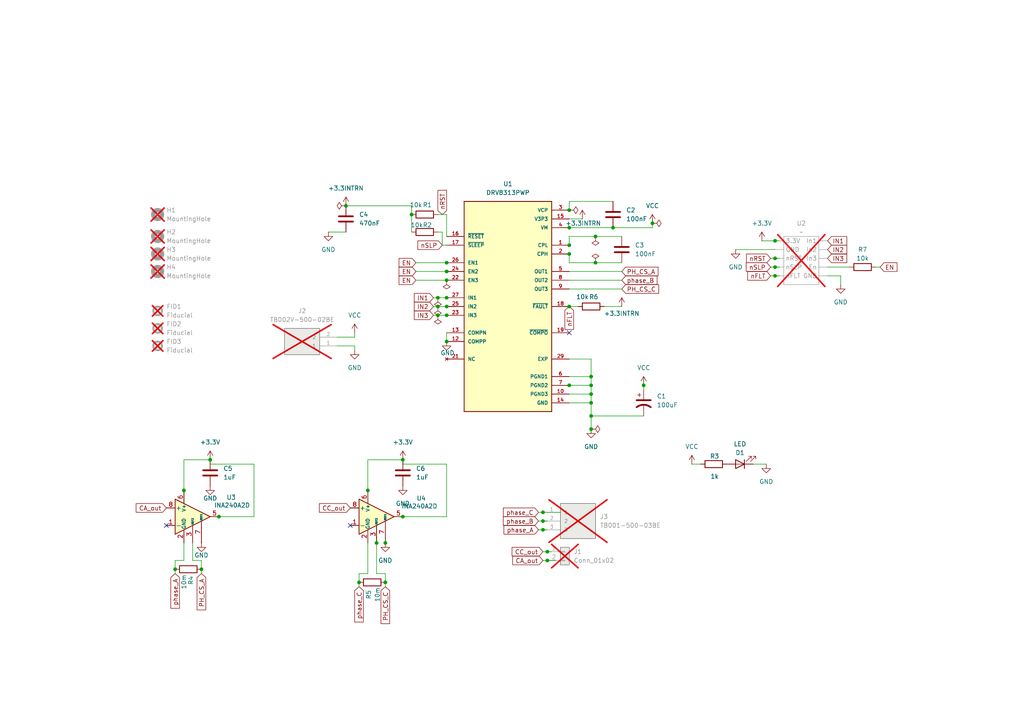
<source format=kicad_sch>
(kicad_sch (version 20231120) (generator "eeschema") (generator_version "8.0")
  (paper "A4")
  (lib_symbols
    (symbol "Amplifier_Current:INA240A2D" (pin_names (offset 0.127))
      (property "Reference" "U" (at 3.81 3.81 0))
      (property "Value" "INA240A2D" (at 3.81 -2.54 0))
      (symbol "INA240A2D_0_1"
        (polyline (pts (xy 5.08 0) (xy -5.08 5.08) (xy -5.08 -5.08) (xy 5.08 0)) (stroke (width 0.254)) (fill (type background)))
      )
      (symbol "INA240A2D_1_1"
        (pin input line (at -7.62 -2.54 0) (length 2.54) (name "-") (number "1"))
        (pin power_in line (at -2.54 -7.62 90) (length 3.81) (name "GND") (number "2"))
        (pin passive line (at 0 -7.62 90) (length 5.08) (name "REF2") (number "3"))
        (pin passive line (at -2.54 -7.62 90) (length 3.81) hide (name "GND") (number "4"))
        (pin output line (at 7.62 0 180) (length 2.54) (name "~") (number "5"))
        (pin power_in line (at -2.54 7.62 270) (length 3.81) (name "V+") (number "6"))
        (pin passive line (at 2.54 -7.62 90) (length 6.35) (name "REF1") (number "7"))
        (pin input line (at -7.62 2.54 0) (length 2.54) (name "+") (number "8"))
      )
    )
    (symbol "Connector_Generic:Conn_01x02" (pin_names (offset 1.016) hide)
      (property "Reference" "J" (at 0 2.54 0))
      (property "Value" "Conn_01x02" (at 0 -5.08 0))
      (symbol "Conn_01x02_1_1"
        (rectangle (start -1.27 -2.413) (end 0 -2.667) (stroke (width 0.1524)))
        (rectangle (start -1.27 0.127) (end 0 -0.127) (stroke (width 0.1524)))
        (rectangle (start -1.27 1.27) (end 1.27 -3.81) (stroke (width 0.254)) (fill (type background)))
        (pin passive line (at -5.08 0 0) (length 3.81) (name "Pin_1") (number "1"))
        (pin passive line (at -5.08 -2.54 0) (length 3.81) (name "Pin_2") (number "2"))
      )
    )
    (symbol "Device:C" (pin_numbers hide) (pin_names (offset 0.254))
      (property "Reference" "C" (at 0.635 2.54 0))
      (property "Value" "C" (at 0.635 -2.54 0))
      (symbol "C_0_1"
        (polyline (pts (xy -2.032 -0.762) (xy 2.032 -0.762)) (stroke (width 0.508)))
        (polyline (pts (xy -2.032 0.762) (xy 2.032 0.762)) (stroke (width 0.508)))
      )
      (symbol "C_1_1"
        (pin passive line (at 0 3.81 270) (length 2.794) (name "~") (number "1"))
        (pin passive line (at 0 -3.81 90) (length 2.794) (name "~") (number "2"))
      )
    )
    (symbol "Device:C_Polarized_US" (pin_numbers hide) (pin_names (offset 0.254) hide)
      (property "Reference" "C" (at 0.635 2.54 0))
      (property "Value" "C_Polarized_US" (at 0.635 -2.54 0))
      (symbol "C_Polarized_US_0_1"
        (polyline (pts (xy -2.032 0.762) (xy 2.032 0.762)) (stroke (width 0.508)))
        (polyline (pts (xy -1.778 2.286) (xy -0.762 2.286)))
        (polyline (pts (xy -1.27 1.778) (xy -1.27 2.794)))
        (arc (start 2.032 -1.27) (mid 0 -0.5572) (end -2.032 -1.27) (stroke (width 0.508)))
      )
      (symbol "C_Polarized_US_1_1"
        (pin passive line (at 0 3.81 270) (length 2.794) (name "~") (number "1"))
        (pin passive line (at 0 -3.81 90) (length 3.302) (name "~") (number "2"))
      )
    )
    (symbol "Device:LED" (pin_numbers hide) (pin_names (offset 1.016) hide)
      (property "Reference" "D" (at 0 2.54 0))
      (property "Value" "LED" (at 0 -2.54 0))
      (symbol "LED_0_1"
        (polyline (pts (xy -1.27 -1.27) (xy -1.27 1.27)) (stroke (width 0.254)))
        (polyline (pts (xy -1.27 0) (xy 1.27 0)))
        (polyline (pts (xy 1.27 -1.27) (xy 1.27 1.27) (xy -1.27 0) (xy 1.27 -1.27)) (stroke (width 0.254)))
        (polyline (pts (xy -3.048 -0.762) (xy -4.572 -2.286) (xy -3.81 -2.286) (xy -4.572 -2.286) (xy -4.572 -1.524)))
        (polyline (pts (xy -1.778 -0.762) (xy -3.302 -2.286) (xy -2.54 -2.286) (xy -3.302 -2.286) (xy -3.302 -1.524)))
      )
      (symbol "LED_1_1"
        (pin passive line (at -3.81 0 0) (length 2.54) (name "K") (number "1"))
        (pin passive line (at 3.81 0 180) (length 2.54) (name "A") (number "2"))
      )
    )
    (symbol "Device:R" (pin_numbers hide) (pin_names (offset 0))
      (property "Reference" "R" (at 2.032 0 90))
      (property "Value" "R" (at 0 0 90))
      (symbol "R_0_1"
        (rectangle (start -1.016 -2.54) (end 1.016 2.54) (stroke (width 0.254)))
      )
      (symbol "R_1_1"
        (pin passive line (at 0 3.81 270) (length 1.27) (name "~") (number "1"))
        (pin passive line (at 0 -3.81 90) (length 1.27) (name "~") (number "2"))
      )
    )
    (symbol "Mechanical:Fiducial" (exclude_from_sim yes) (in_bom no)
      (property "Reference" "FID" (at 0 5.08 0))
      (property "Value" "Fiducial" (at 0 3.175 0))
      (symbol "Fiducial_0_1"
        (circle (center 0 0) (radius 1.27) (stroke (width 0.508)) (fill (type background)))
      )
    )
    (symbol "Mechanical:MountingHole" (pin_names (offset 1.016)) (exclude_from_sim yes) (in_bom no)
      (property "Reference" "H" (at 0 5.08 0))
      (property "Value" "MountingHole" (at 0 3.175 0))
      (symbol "MountingHole_0_1"
        (circle (center 0 0) (radius 1.27) (stroke (width 1.27)))
      )
    )
    (symbol "power:+3.3V" (power) (pin_numbers hide) (pin_names (offset 0) hide)
      (property "Value" "+3.3V" (at 0 3.556 0))
      (symbol "+3.3V_0_1"
        (polyline (pts (xy -0.762 1.27) (xy 0 2.54)))
        (polyline (pts (xy 0 0) (xy 0 2.54)))
        (polyline (pts (xy 0 2.54) (xy 0.762 1.27)))
      )
      (symbol "+3.3V_1_1"
        (pin power_in line (at 0 0 90) (length 0) (name "~") (number "1"))
      )
    )
    (symbol "power:+3.3VADC" (power) (pin_numbers hide) (pin_names (offset 0) hide)
      (property "Value" "+3.3VADC" (at 0 3.556 0))
      (symbol "+3.3VADC_0_0"
        (pin power_in line (at 0 0 90) (length 0) (name "~") (number "1"))
      )
      (symbol "+3.3VADC_0_1"
        (polyline (pts (xy -0.762 1.27) (xy 0 2.54)))
        (polyline (pts (xy 0 0) (xy 0 2.54)))
        (polyline (pts (xy 0 2.54) (xy 0.762 1.27)))
      )
    )
    (symbol "power:GND" (power) (pin_numbers hide) (pin_names (offset 0) hide)
      (property "Value" "GND" (at 0 -3.81 0))
      (symbol "GND_0_1"
        (polyline (pts (xy 0 0) (xy 0 -1.27) (xy 1.27 -1.27) (xy 0 -2.54) (xy -1.27 -1.27) (xy 0 -1.27)))
      )
      (symbol "GND_1_1"
        (pin power_in line (at 0 0 270) (length 0) (name "~") (number "1"))
      )
    )
    (symbol "power:PWR_FLAG" (power) (pin_numbers hide) (pin_names (offset 0) hide)
      (property "Value" "PWR_FLAG" (at 0 3.81 0))
      (symbol "PWR_FLAG_0_0"
        (pin power_out line (at 0 0 90) (length 0) (name "~") (number "1"))
      )
      (symbol "PWR_FLAG_0_1"
        (polyline (pts (xy 0 0) (xy 0 1.27) (xy -1.016 1.905) (xy 0 2.54) (xy 1.016 1.905) (xy 0 1.27)))
      )
    )
    (symbol "power:VCC" (power) (pin_numbers hide) (pin_names (offset 0) hide)
      (property "Value" "VCC" (at 0 3.556 0))
      (symbol "VCC_0_1"
        (polyline (pts (xy -0.762 1.27) (xy 0 2.54)))
        (polyline (pts (xy 0 0) (xy 0 2.54)))
        (polyline (pts (xy 0 2.54) (xy 0.762 1.27)))
      )
      (symbol "VCC_1_1"
        (pin power_in line (at 0 0 90) (length 0) (name "~") (number "1"))
      )
    )
    (symbol "simpleFOC:DRV8313PWP" (pin_names (offset 1.016))
      (property "Reference" "U" (at -12.7 31.48 0))
      (property "Value" "DRV8313PWP" (at -12.7 -33.02 0))
      (symbol "DRV8313PWP_0_0"
        (rectangle (start -12.7 30.48) (end 12.7 -30.48) (stroke (width 0.254)) (fill (type background)))
        (pin power_in line (at 17.78 17.78 180) (length 5.08) (name "CPL") (number "1"))
        (pin power_in line (at 17.78 -25.4 180) (length 5.08) (name "PGND3") (number "10"))
        (pin power_in line (at 17.78 22.86 180) (length 5.08) hide (name "VM") (number "11"))
        (pin input line (at -17.78 -10.16 0) (length 5.08) (name "COMPP") (number "12"))
        (pin input line (at -17.78 -7.62 0) (length 5.08) (name "COMPN") (number "13"))
        (pin power_in line (at 17.78 -27.94 180) (length 5.08) (name "GND") (number "14"))
        (pin power_in line (at 17.78 25.4 180) (length 5.08) (name "V3P3") (number "15"))
        (pin input line (at -17.78 20.32 0) (length 5.08) (name "~{RESET}") (number "16"))
        (pin input line (at -17.78 17.78 0) (length 5.08) (name "~{SLEEP}") (number "17"))
        (pin output line (at 17.78 0 180) (length 5.08) (name "~{FAULT}") (number "18"))
        (pin output line (at 17.78 -7.62 180) (length 5.08) (name "~{COMPO}") (number "19"))
        (pin power_in line (at 17.78 15.24 180) (length 5.08) (name "CPH") (number "2"))
        (pin power_in line (at 17.78 -27.94 180) (length 5.08) hide (name "GND") (number "20"))
        (pin no_connect line (at -17.78 -15.24 0) (length 5.08) (name "NC") (number "21"))
        (pin input line (at -17.78 7.62 0) (length 5.08) (name "EN3") (number "22"))
        (pin input line (at -17.78 -2.54 0) (length 5.08) (name "IN3") (number "23"))
        (pin input line (at -17.78 10.16 0) (length 5.08) (name "EN2") (number "24"))
        (pin input line (at -17.78 0 0) (length 5.08) (name "IN2") (number "25"))
        (pin input line (at -17.78 12.7 0) (length 5.08) (name "EN1") (number "26"))
        (pin input line (at -17.78 2.54 0) (length 5.08) (name "IN1") (number "27"))
        (pin power_in line (at 17.78 -27.94 180) (length 5.08) hide (name "GND") (number "28"))
        (pin power_in line (at 17.78 -15.24 180) (length 5.08) (name "EXP") (number "29"))
        (pin power_in line (at 17.78 27.94 180) (length 5.08) (name "VCP") (number "3"))
        (pin power_in line (at 17.78 22.86 180) (length 5.08) (name "VM") (number "4"))
        (pin output line (at 17.78 10.16 180) (length 5.08) (name "OUT1") (number "5"))
        (pin power_in line (at 17.78 -20.32 180) (length 5.08) (name "PGND1") (number "6"))
        (pin power_in line (at 17.78 -22.86 180) (length 5.08) (name "PGND2") (number "7"))
        (pin output line (at 17.78 7.62 180) (length 5.08) (name "OUT2") (number "8"))
        (pin output line (at 17.78 5.08 180) (length 5.08) (name "OUT3") (number "9"))
      )
    )
    (symbol "simpleFOC:Header2x5"
      (property "Reference" "U" (at 0 14.478 0))
      (symbol "Header2x5_0_1"
        (rectangle (start -5.08 11.43) (end 5.08 -2.54))
      )
      (symbol "Header2x5_1_1"
        (pin input line (at -7.62 10.16 0) (length 2.54) (name "3.3V") (number ""))
        (pin input line (at 7.62 2.54 180) (length 2.54) (name "En") (number ""))
        (pin input line (at -7.62 7.62 0) (length 2.54) (name "GND") (number ""))
        (pin input line (at 7.62 0 180) (length 2.54) (name "GND") (number ""))
        (pin input line (at 7.62 10.16 180) (length 2.54) (name "In1") (number ""))
        (pin input line (at 7.62 7.62 180) (length 2.54) (name "In2") (number ""))
        (pin input line (at 7.62 5.08 180) (length 2.54) (name "In3") (number ""))
        (pin input line (at -7.62 0 0) (length 2.54) (name "nFLT") (number ""))
        (pin input line (at -7.62 5.08 0) (length 2.54) (name "nRST") (number ""))
        (pin input line (at -7.62 2.54 0) (length 2.54) (name "nSLP") (number ""))
      )
    )
    (symbol "simpleFOC:TB001-500-03BE" (pin_names (offset 1.016))
      (property "Reference" "J" (at -5.58 5.08 0))
      (property "Value" "TB001-500-03BE" (at -5.08 -7.62 0))
      (symbol "TB001-500-03BE_0_0"
        (rectangle (start -5.08 -5.08) (end 5.08 5.08) (stroke (width 0.254)) (fill (type background)))
        (pin passive line (at -10.16 2.54 0) (length 5.08) (name "1") (number "1"))
        (pin passive line (at -10.16 0 0) (length 5.08) (name "2") (number "2"))
        (pin passive line (at -10.16 -2.54 0) (length 5.08) (name "3") (number "3"))
      )
    )
    (symbol "simpleFOC:TB002V-500-02BE" (pin_names (offset 1.016))
      (property "Reference" "J" (at -5.58 5.08 0))
      (property "Value" "TB002V-500-02BE" (at -5.08 -5.08 0))
      (symbol "TB002V-500-02BE_0_0"
        (rectangle (start -5.08 -2.54) (end 5.08 5.08) (stroke (width 0.254)) (fill (type background)))
        (pin passive line (at -10.16 2.54 0) (length 5.08) (name "1") (number "1"))
        (pin passive line (at -10.16 0 0) (length 5.08) (name "2") (number "2"))
      )
    )
  )
  (junction (at 171.45 120.65))
  (junction (at 171.45 116.84))
  (junction (at 186.69 111.76))
  (junction (at 111.76 168.91))
  (junction (at 129.54 86.36))
  (junction (at 127 88.9))
  (junction (at 224.79 80.01))
  (junction (at 129.54 81.28))
  (junction (at 158.75 160.02))
  (junction (at 111.76 157.48))
  (junction (at 165.1 60.96))
  (junction (at 157.48 153.67))
  (junction (at 129.54 88.9))
  (junction (at 116.84 133.35))
  (junction (at 109.22 157.48))
  (junction (at 127 86.36))
  (junction (at 157.48 148.59))
  (junction (at 100.33 59.69))
  (junction (at 63.5 149.86))
  (junction (at 224.79 74.93))
  (junction (at 171.45 114.3))
  (junction (at 129.54 78.74))
  (junction (at 177.8 66.04))
  (junction (at 116.84 149.86))
  (junction (at 172.72 76.2))
  (junction (at 50.8 165.1))
  (junction (at 165.1 66.04))
  (junction (at 171.45 109.22))
  (junction (at 189.23 64.77))
  (junction (at 165.1 111.76))
  (junction (at 127 91.44))
  (junction (at 171.45 124.46))
  (junction (at 129.54 99.06))
  (junction (at 104.14 168.91))
  (junction (at 165.1 71.12))
  (junction (at 129.54 91.44))
  (junction (at 129.54 76.2))
  (junction (at 224.79 77.47))
  (junction (at 53.34 142.24))
  (junction (at 172.72 68.58))
  (junction (at 165.1 73.66))
  (junction (at 158.75 162.56))
  (junction (at 119.38 62.23))
  (junction (at 58.42 165.1))
  (junction (at 106.68 142.24))
  (junction (at 171.45 111.76))
  (junction (at 165.1 88.9))
  (junction (at 60.96 133.35))
  (junction (at 224.79 69.85))
  (junction (at 157.48 151.13))
  (no_connect (at 101.6 152.4))
  (no_connect (at 48.26 152.4))
  (no_connect (at 165.1 96.52))
  (wire (pts (xy 186.69 110.49) (xy 186.69 111.76)))
  (wire (pts (xy 60.96 133.35) (xy 60.96 134.62)))
  (wire (pts (xy 157.48 162.56) (xy 158.75 162.56)))
  (wire (pts (xy 171.45 116.84) (xy 171.45 114.3)))
  (wire (pts (xy 165.1 73.66) (xy 165.1 76.2)))
  (wire (pts (xy 165.1 68.58) (xy 165.1 71.12)))
  (wire (pts (xy 224.79 69.85) (xy 226.06 69.85)))
  (wire (pts (xy 106.68 142.24) (xy 106.68 146.05)))
  (wire (pts (xy 58.42 166.37) (xy 58.42 165.1)))
  (wire (pts (xy 186.69 120.65) (xy 171.45 120.65)))
  (wire (pts (xy 125.73 91.44) (xy 127 91.44)))
  (wire (pts (xy 111.76 166.37) (xy 111.76 168.91)))
  (wire (pts (xy 189.23 64.77) (xy 189.23 66.04)))
  (wire (pts (xy 254 77.47) (xy 255.27 77.47)))
  (wire (pts (xy 165.1 83.82) (xy 180.34 83.82)))
  (wire (pts (xy 106.68 133.35) (xy 106.68 142.24)))
  (wire (pts (xy 104.14 166.37) (xy 104.14 168.91)))
  (wire (pts (xy 127 67.31) (xy 128.27 67.31)))
  (wire (pts (xy 158.75 162.56) (xy 161.29 162.56)))
  (wire (pts (xy 156.21 151.13) (xy 157.48 151.13)))
  (wire (pts (xy 189.23 63.5) (xy 189.23 64.77)))
  (wire (pts (xy 162.56 60.96) (xy 165.1 60.96)))
  (wire (pts (xy 129.54 76.2) (xy 130.81 76.2)))
  (wire (pts (xy 97.79 97.79) (xy 102.87 97.79)))
  (wire (pts (xy 127 62.23) (xy 129.54 62.23)))
  (wire (pts (xy 171.45 120.65) (xy 171.45 124.46)))
  (wire (pts (xy 125.73 88.9) (xy 127 88.9)))
  (wire (pts (xy 240.03 77.47) (xy 246.38 77.47)))
  (wire (pts (xy 218.44 134.62) (xy 222.25 134.62)))
  (wire (pts (xy 128.27 71.12) (xy 129.54 71.12)))
  (wire (pts (xy 157.48 153.67) (xy 158.75 153.67)))
  (wire (pts (xy 165.1 76.2) (xy 172.72 76.2)))
  (wire (pts (xy 177.8 66.04) (xy 189.23 66.04)))
  (wire (pts (xy 109.22 166.37) (xy 111.76 166.37)))
  (wire (pts (xy 120.65 81.28) (xy 129.54 81.28)))
  (wire (pts (xy 129.54 134.62) (xy 116.84 134.62)))
  (wire (pts (xy 53.34 142.24) (xy 53.34 133.35)))
  (wire (pts (xy 53.34 157.48) (xy 53.34 162.56)))
  (wire (pts (xy 111.76 154.94) (xy 111.76 157.48)))
  (wire (pts (xy 63.5 149.86) (xy 73.66 149.86)))
  (wire (pts (xy 158.75 160.02) (xy 160.02 160.02)))
  (wire (pts (xy 116.84 149.86) (xy 129.54 149.86)))
  (wire (pts (xy 156.21 153.67) (xy 157.48 153.67)))
  (wire (pts (xy 224.79 74.93) (xy 226.06 74.93)))
  (wire (pts (xy 180.34 68.58) (xy 172.72 68.58)))
  (wire (pts (xy 53.34 133.35) (xy 60.96 133.35)))
  (wire (pts (xy 156.21 148.59) (xy 157.48 148.59)))
  (wire (pts (xy 171.45 120.65) (xy 171.45 116.84)))
  (wire (pts (xy 102.87 100.33) (xy 102.87 101.6)))
  (wire (pts (xy 165.1 58.42) (xy 165.1 60.96)))
  (wire (pts (xy 129.54 81.28) (xy 132.08 81.28)))
  (wire (pts (xy 114.3 149.86) (xy 116.84 149.86)))
  (wire (pts (xy 165.1 81.28) (xy 180.34 81.28)))
  (wire (pts (xy 101.6 152.4) (xy 102.87 152.4)))
  (wire (pts (xy 224.79 77.47) (xy 226.06 77.47)))
  (wire (pts (xy 97.79 100.33) (xy 102.87 100.33)))
  (wire (pts (xy 200.66 134.62) (xy 203.2 134.62)))
  (wire (pts (xy 165.1 114.3) (xy 171.45 114.3)))
  (wire (pts (xy 165.1 63.5) (xy 168.91 63.5)))
  (wire (pts (xy 104.14 168.91) (xy 104.14 170.18)))
  (wire (pts (xy 60.96 134.62) (xy 73.66 134.62)))
  (wire (pts (xy 60.96 149.86) (xy 63.5 149.86)))
  (wire (pts (xy 220.98 69.85) (xy 224.79 69.85)))
  (wire (pts (xy 73.66 149.86) (xy 73.66 134.62)))
  (wire (pts (xy 157.48 151.13) (xy 158.75 151.13)))
  (wire (pts (xy 157.48 148.59) (xy 162.56 148.59)))
  (wire (pts (xy 213.36 72.39) (xy 224.79 72.39)))
  (wire (pts (xy 157.48 160.02) (xy 158.75 160.02)))
  (wire (pts (xy 171.45 104.14) (xy 171.45 109.22)))
  (wire (pts (xy 162.56 111.76) (xy 165.1 111.76)))
  (wire (pts (xy 53.34 142.24) (xy 53.34 146.05)))
  (wire (pts (xy 165.1 78.74) (xy 180.34 78.74)))
  (wire (pts (xy 129.54 149.86) (xy 129.54 134.62)))
  (wire (pts (xy 165.1 111.76) (xy 171.45 111.76)))
  (wire (pts (xy 177.8 58.42) (xy 165.1 58.42)))
  (wire (pts (xy 223.52 77.47) (xy 224.79 77.47)))
  (wire (pts (xy 120.65 76.2) (xy 129.54 76.2)))
  (wire (pts (xy 102.87 97.79) (xy 102.87 96.52)))
  (wire (pts (xy 129.54 96.52) (xy 129.54 99.06)))
  (wire (pts (xy 127 86.36) (xy 129.54 86.36)))
  (wire (pts (xy 165.1 104.14) (xy 171.45 104.14)))
  (wire (pts (xy 116.84 133.35) (xy 106.68 133.35)))
  (wire (pts (xy 171.45 114.3) (xy 171.45 111.76)))
  (wire (pts (xy 163.83 71.12) (xy 165.1 71.12)))
  (wire (pts (xy 163.83 73.66) (xy 165.1 73.66)))
  (wire (pts (xy 53.34 162.56) (xy 50.8 162.56)))
  (wire (pts (xy 95.25 67.31) (xy 100.33 67.31)))
  (wire (pts (xy 224.79 80.01) (xy 226.06 80.01)))
  (wire (pts (xy 106.68 166.37) (xy 104.14 166.37)))
  (wire (pts (xy 240.03 80.01) (xy 243.84 80.01)))
  (wire (pts (xy 125.73 86.36) (xy 127 86.36)))
  (wire (pts (xy 111.76 168.91) (xy 111.76 170.18)))
  (wire (pts (xy 127 88.9) (xy 129.54 88.9)))
  (wire (pts (xy 223.52 80.01) (xy 224.79 80.01)))
  (wire (pts (xy 171.45 109.22) (xy 171.45 111.76)))
  (wire (pts (xy 129.54 62.23) (xy 129.54 68.58)))
  (wire (pts (xy 100.33 59.69) (xy 119.38 59.69)))
  (wire (pts (xy 109.22 152.4) (xy 109.22 157.48)))
  (wire (pts (xy 106.68 157.48) (xy 106.68 166.37)))
  (wire (pts (xy 172.72 76.2) (xy 180.34 76.2)))
  (wire (pts (xy 119.38 59.69) (xy 119.38 62.23)))
  (wire (pts (xy 243.84 80.01) (xy 243.84 82.55)))
  (wire (pts (xy 55.88 162.56) (xy 58.42 162.56)))
  (wire (pts (xy 165.1 66.04) (xy 177.8 66.04)))
  (wire (pts (xy 165.1 116.84) (xy 171.45 116.84)))
  (wire (pts (xy 129.54 86.36) (xy 132.08 86.36)))
  (wire (pts (xy 186.69 111.76) (xy 186.69 113.03)))
  (wire (pts (xy 129.54 88.9) (xy 132.08 88.9)))
  (wire (pts (xy 55.88 157.48) (xy 55.88 162.56)))
  (wire (pts (xy 119.38 62.23) (xy 119.38 67.31)))
  (wire (pts (xy 165.1 109.22) (xy 171.45 109.22)))
  (wire (pts (xy 127 91.44) (xy 129.54 91.44)))
  (wire (pts (xy 129.54 91.44) (xy 132.08 91.44)))
  (wire (pts (xy 50.8 166.37) (xy 50.8 165.1)))
  (wire (pts (xy 223.52 74.93) (xy 224.79 74.93)))
  (wire (pts (xy 60.96 132.08) (xy 60.96 133.35)))
  (wire (pts (xy 109.22 157.48) (xy 109.22 166.37)))
  (wire (pts (xy 116.84 133.35) (xy 116.84 134.62)))
  (wire (pts (xy 120.65 78.74) (xy 129.54 78.74)))
  (wire (pts (xy 167.64 88.9) (xy 165.1 88.9)))
  (wire (pts (xy 58.42 162.56) (xy 58.42 165.1)))
  (wire (pts (xy 162.56 66.04) (xy 165.1 66.04)))
  (wire (pts (xy 101.6 147.32) (xy 104.14 147.32)))
  (wire (pts (xy 129.54 78.74) (xy 130.81 78.74)))
  (wire (pts (xy 172.72 68.58) (xy 165.1 68.58)))
  (wire (pts (xy 128.27 67.31) (xy 128.27 71.12)))
  (wire (pts (xy 171.45 124.46) (xy 171.45 125.73)))
  (wire (pts (xy 175.26 88.9) (xy 180.34 88.9)))
  (wire (pts (xy 163.83 88.9) (xy 165.1 88.9)))
  (wire (pts (xy 116.84 138.43) (xy 116.84 139.7)))
  (wire (pts (xy 50.8 162.56) (xy 50.8 165.1)))
  (global_label "CA_out" (shape input) (at 157.48 162.56 180) (property "Intersheetrefs" "${INTERSHEET_REFS}" (effects (hide yes))))
  (global_label "IN1" (shape input) (at 125.73 86.36 180) (property "Intersheetrefs" "${INTERSHEET_REFS}" (effects (hide yes))))
  (global_label "CA_out" (shape input) (at 48.26 147.32 180) (property "Intersheetrefs" "${INTERSHEET_REFS}" (effects (hide yes))))
  (global_label "EN" (shape input) (at 255.27 77.47 0) (property "Intersheetrefs" "${INTERSHEET_REFS}" (effects (hide yes))))
  (global_label "IN3" (shape input) (at 125.73 91.44 180) (property "Intersheetrefs" "${INTERSHEET_REFS}" (effects (hide yes))))
  (global_label "nRST" (shape input) (at 128.27 62.23 90) (property "Intersheetrefs" "${INTERSHEET_REFS}" (effects (hide yes))))
  (global_label "PH_CS_A" (shape input) (at 180.34 78.74 0) (property "Intersheetrefs" "${INTERSHEET_REFS}" (effects (hide yes))))
  (global_label "phase_C" (shape input) (at 104.14 170.18 270) (property "Intersheetrefs" "${INTERSHEET_REFS}" (effects (hide yes))))
  (global_label "nFLT" (shape input) (at 223.52 80.01 180) (property "Intersheetrefs" "${INTERSHEET_REFS}" (effects (hide yes))))
  (global_label "EN" (shape input) (at 120.65 76.2 180) (property "Intersheetrefs" "${INTERSHEET_REFS}" (effects (hide yes))))
  (global_label "phase_B" (shape input) (at 156.21 151.13 180) (property "Intersheetrefs" "${INTERSHEET_REFS}" (effects (hide yes))))
  (global_label "phase_A" (shape input) (at 50.8 166.37 270) (property "Intersheetrefs" "${INTERSHEET_REFS}" (effects (hide yes))))
  (global_label "phase_A" (shape input) (at 156.21 153.67 180) (property "Intersheetrefs" "${INTERSHEET_REFS}" (effects (hide yes))))
  (global_label "IN2" (shape input) (at 240.03 72.39 0) (property "Intersheetrefs" "${INTERSHEET_REFS}" (effects (hide yes))))
  (global_label "nSLP" (shape input) (at 128.27 71.12 180) (property "Intersheetrefs" "${INTERSHEET_REFS}" (effects (hide yes))))
  (global_label "PH_CS_A" (shape input) (at 58.42 166.37 270) (property "Intersheetrefs" "${INTERSHEET_REFS}" (effects (hide yes))))
  (global_label "nSLP" (shape input) (at 223.52 77.47 180) (property "Intersheetrefs" "${INTERSHEET_REFS}" (effects (hide yes))))
  (global_label "nFLT" (shape input) (at 165.1 88.9 270) (property "Intersheetrefs" "${INTERSHEET_REFS}" (effects (hide yes))))
  (global_label "IN3" (shape input) (at 240.03 74.93 0) (property "Intersheetrefs" "${INTERSHEET_REFS}" (effects (hide yes))))
  (global_label "EN" (shape input) (at 120.65 78.74 180) (property "Intersheetrefs" "${INTERSHEET_REFS}" (effects (hide yes))))
  (global_label "PH_CS_C" (shape input) (at 111.76 170.18 270) (property "Intersheetrefs" "${INTERSHEET_REFS}" (effects (hide yes))))
  (global_label "IN1" (shape input) (at 240.03 69.85 0) (property "Intersheetrefs" "${INTERSHEET_REFS}" (effects (hide yes))))
  (global_label "nRST" (shape input) (at 223.52 74.93 180) (property "Intersheetrefs" "${INTERSHEET_REFS}" (effects (hide yes))))
  (global_label "CC_out" (shape input) (at 157.48 160.02 180) (property "Intersheetrefs" "${INTERSHEET_REFS}" (effects (hide yes))))
  (global_label "PH_CS_C" (shape input) (at 180.34 83.82 0) (property "Intersheetrefs" "${INTERSHEET_REFS}" (effects (hide yes))))
  (global_label "phase_B" (shape input) (at 180.34 81.28 0) (property "Intersheetrefs" "${INTERSHEET_REFS}" (effects (hide yes))))
  (global_label "CC_out" (shape input) (at 101.6 147.32 180) (property "Intersheetrefs" "${INTERSHEET_REFS}" (effects (hide yes))))
  (global_label "EN" (shape input) (at 120.65 81.28 180) (property "Intersheetrefs" "${INTERSHEET_REFS}" (effects (hide yes))))
  (global_label "phase_C" (shape input) (at 156.21 148.59 180) (property "Intersheetrefs" "${INTERSHEET_REFS}" (effects (hide yes))))
  (global_label "IN2" (shape input) (at 125.73 88.9 180) (property "Intersheetrefs" "${INTERSHEET_REFS}" (effects (hide yes))))
  (symbol (lib_id "power:GND") (at 171.45 124.46 0) (unit 1)
    (property "Reference" "#PWR01" (effects (hide yes)))
    (property "Value" "GND" (at 171.45 129.54 0))
    (property "Description" "Power symbol creates a global label with name \"GND\" , ground" (effects (hide yes)))
  )
  (symbol (lib_id "power:PWR_FLAG") (at 127 88.9 180) (unit 1)
    (property "Reference" "#FLG010" (effects (hide yes)))
    (property "Value" "PWR_FLAG" (effects (hide yes)))
    (property "Description" "Special symbol for telling ERC where power comes from" (effects (hide yes)))
  )
  (symbol (lib_id "power:GND") (at 102.87 101.6 0) (unit 1)
    (property "Reference" "#PWR013" (effects (hide yes)))
    (property "Value" "GND" (at 102.87 106.68 0))
    (property "Description" "Power symbol creates a global label with name \"GND\" , ground" (effects (hide yes)))
  )
  (symbol (lib_id "power:VCC") (at 186.69 111.76 0) (unit 1)
    (property "Reference" "#PWR03" (effects (hide yes)))
    (property "Value" "VCC" (at 186.69 106.68 0))
    (property "Description" "Power symbol creates a global label with name \"VCC\"" (effects (hide yes)))
  )
  (symbol (lib_id "Mechanical:MountingHole") (at 45.72 68.58 0) (unit 1) (exclude_from_sim yes) (in_bom no) (dnp yes)
    (property "Reference" "H2" (at 48.26 67.3099 0) (effects (justify left)))
    (property "Value" "MountingHole" (at 48.26 69.8499 0) (effects (justify left)))
    (property "Footprint" "MountingHole:MountingHole_3.2mm_M3_Pad_Via" (effects (hide yes)))
    (property "Description" "Mounting Hole without connection" (effects (hide yes)))
  )
  (symbol (lib_id "Device:R") (at 123.19 67.31 90) (unit 1)
    (property "Reference" "R2" (at 123.952 65.278 90))
    (property "Value" "10k" (at 120.904 65.278 90))
    (property "Footprint" "Resistor_SMD:R_0603_1608Metric" (effects (hide yes)))
    (property "Description" "Resistor" (effects (hide yes)))
    (property "LCSC" "C845630" (effects (hide yes)))
    (property "Manufactrer Part Number" "RC0603FR-1310KL" (effects (hide yes)))
    (property "MANUFACTURER" "YAGEO" (effects (hide yes)))
  )
  (symbol (lib_id "power:VCC") (at 102.87 96.52 0) (unit 1)
    (property "Reference" "#PWR012" (effects (hide yes)))
    (property "Value" "VCC" (at 102.87 91.44 0))
    (property "Description" "Power symbol creates a global label with name \"VCC\"" (effects (hide yes)))
  )
  (symbol (lib_id "power:GND") (at 60.96 140.97 0) (unit 1)
    (property "Reference" "#PWR015" (effects (hide yes)))
    (property "Value" "GND" (at 60.96 144.526 0))
    (property "Description" "Power symbol creates a global label with name \"GND\" , ground" (effects (hide yes)))
  )
  (symbol (lib_id "Amplifier_Current:INA240A2D") (at 109.22 149.86 0) (unit 1)
    (property "Reference" "U4" (at 122.174 144.526 0))
    (property "Value" "INA240A2D" (at 121.666 146.812 0))
    (property "Footprint" "Package_SO:SOIC-8_3.9x4.9mm_P1.27mm" (effects (hide yes)))
    (property "Datasheet" "http://www.ti.com/lit/ds/symlink/ina240.pdf" (effects (hide yes)))
    (property "Description" "High- and Low-Side, Bidirectional, Zero-Drift, Current-Sense Amplifier With Enhanced PWM Rejection, 50V/V, SOIC-8" (effects (hide yes)))
    (property "LCSC" "C2060768" (effects (hide yes)))
    (property "MANUFACTURER" "Texas Instruments" (effects (hide yes)))
    (property "Manufactrer Part Number" "INA240A2DR" (effects (hide yes)))
  )
  (symbol (lib_id "Connector_Generic:Conn_01x02") (at 163.83 160.02 0) (unit 1) (dnp yes)
    (property "Reference" "J1" (at 166.37 160.0199 0) (effects (justify left)))
    (property "Value" "Conn_01x02" (at 166.37 162.5599 0) (effects (justify left)))
    (property "Footprint" "Connector_PinHeader_2.54mm:PinHeader_1x02_P2.54mm_Vertical" (effects (hide yes)))
    (property "Description" "Generic connector, single row, 01x02, script generated (kicad-library-utils/schlib/autogen/connector/)" (effects (hide yes)))
  )
  (symbol (lib_id "power:GND") (at 222.25 134.62 0) (unit 1)
    (property "Reference" "#PWR019" (effects (hide yes)))
    (property "Value" "GND" (at 222.25 139.7 0))
    (property "Description" "Power symbol creates a global label with name \"GND\" , ground" (effects (hide yes)))
  )
  (symbol (lib_id "power:+3.3VADC") (at 168.91 63.5 0) (unit 1)
    (property "Reference" "#PWR021" (effects (hide yes)))
    (property "Value" "+3.3INTRN" (at 169.164 64.77 0))
    (property "Description" "Power symbol creates a global label with name \"+3.3VADC\"" (effects (hide yes)))
  )
  (symbol (lib_id "power:GND") (at 129.54 99.06 0) (unit 1)
    (property "Reference" "#PWR010" (effects (hide yes)))
    (property "Value" "GND" (at 129.794 102.362 0))
    (property "Description" "Power symbol creates a global label with name \"GND\" , ground" (effects (hide yes)))
  )
  (symbol (lib_id "Device:R") (at 107.95 168.91 90) (unit 1)
    (property "Reference" "R5" (at 106.934 172.466 0))
    (property "Value" "10m" (at 109.474 172.466 0))
    (property "Footprint" "Resistor_SMD:R_2010_5025Metric" (effects (hide yes)))
    (property "Description" "Resistor" (effects (hide yes)))
    (property "LCSC" "C4323757" (effects (hide yes)))
    (property "Manufactrer Part Number" "RC2010JK-0710ML" (effects (hide yes)))
    (property "MANUFACTURER" "YAGEO" (effects (hide yes)))
  )
  (symbol (lib_id "power:PWR_FLAG") (at 127 91.44 180) (unit 1)
    (property "Reference" "#FLG09" (effects (hide yes)))
    (property "Value" "PWR_FLAG" (effects (hide yes)))
    (property "Description" "Special symbol for telling ERC where power comes from" (effects (hide yes)))
  )
  (symbol (lib_id "Device:C") (at 60.96 137.16 0) (unit 1)
    (property "Reference" "C5" (at 64.77 135.8899 0) (effects (justify left)))
    (property "Value" "1uF" (at 64.77 138.4299 0) (effects (justify left)))
    (property "Footprint" "Capacitor_SMD:C_0603_1608Metric" (effects (hide yes)))
    (property "Description" "Unpolarized capacitor" (effects (hide yes)))
    (property "LCSC" "C2167338" (effects (hide yes)))
    (property "Manufactrer Part Number" "C0603C105K3PACTU" (effects (hide yes)))
    (property "MANUFACTURER" "KEMET" (effects (hide yes)))
  )
  (symbol (lib_id "simpleFOC:Header2x5") (at 232.41 80.01 0) (unit 1) (dnp yes)
    (property "Reference" "U2" (at 232.41 64.77 0))
    (property "Value" "~" (at 232.41 67.31 0))
    (property "Footprint" "Connector_PinHeader_2.54mm:PinHeader_2x05_P2.54mm_Vertical" (effects (hide yes)))
  )
  (symbol (lib_id "power:PWR_FLAG") (at 165.1 60.96 270) (unit 1)
    (property "Reference" "#FLG06" (effects (hide yes)))
    (property "Value" "PWR_FLAG" (effects (hide yes)))
    (property "Description" "Special symbol for telling ERC where power comes from" (effects (hide yes)))
  )
  (symbol (lib_id "power:PWR_FLAG") (at 127 86.36 180) (unit 1)
    (property "Reference" "#FLG011" (effects (hide yes)))
    (property "Value" "PWR_FLAG" (effects (hide yes)))
    (property "Description" "Special symbol for telling ERC where power comes from" (effects (hide yes)))
  )
  (symbol (lib_id "power:PWR_FLAG") (at 172.72 68.58 180) (unit 1)
    (property "Reference" "#FLG04" (effects (hide yes)))
    (property "Value" "PWR_FLAG" (effects (hide yes)))
    (property "Description" "Special symbol for telling ERC where power comes from" (effects (hide yes)))
  )
  (symbol (lib_id "power:+3.3VADC") (at 180.34 88.9 0) (unit 1)
    (property "Reference" "#PWR05" (effects (hide yes)))
    (property "Value" "+3.3INTRN" (at 180.34 90.932 0))
    (property "Description" "Power symbol creates a global label with name \"+3.3VADC\"" (effects (hide yes)))
  )
  (symbol (lib_id "power:GND") (at 243.84 82.55 0) (unit 1)
    (property "Reference" "#PWR07" (effects (hide yes)))
    (property "Value" "GND" (at 243.84 87.63 0))
    (property "Description" "Power symbol creates a global label with name \"GND\" , ground" (effects (hide yes)))
  )
  (symbol (lib_id "power:PWR_FLAG") (at 100.33 59.69 90) (unit 1)
    (property "Reference" "#FLG08" (effects (hide yes)))
    (property "Value" "PWR_FLAG" (effects (hide yes)))
    (property "Description" "Special symbol for telling ERC where power comes from" (effects (hide yes)))
  )
  (symbol (lib_id "Device:C") (at 180.34 72.39 180) (unit 1)
    (property "Reference" "C3" (at 184.15 71.1199 0) (effects (justify right)))
    (property "Value" "100nF" (at 184.15 73.6599 0) (effects (justify right)))
    (property "Footprint" "Capacitor_SMD:C_0603_1608Metric" (effects (hide yes)))
    (property "Description" "Unpolarized capacitor" (effects (hide yes)))
    (property "LCSC" "C1591" (effects (hide yes)))
    (property "Manufactrer Part Number" "CL10B104KB8NNNC" (effects (hide yes)))
    (property "MANUFACTURER" "SAMSUNG" (effects (hide yes)))
  )
  (symbol (lib_id "Mechanical:Fiducial") (at 45.72 95.25 0) (unit 1) (exclude_from_sim yes) (in_bom no) (dnp yes)
    (property "Reference" "FID2" (at 48.26 93.9799 0) (effects (justify left)))
    (property "Value" "Fiducial" (at 48.26 96.5199 0) (effects (justify left)))
    (property "Footprint" "Fiducial:Fiducial_0.75mm_Mask2.25mm" (effects (hide yes)))
    (property "Description" "Fiducial Marker" (effects (hide yes)))
  )
  (symbol (lib_id "power:PWR_FLAG") (at 129.54 81.28 180) (unit 1)
    (property "Reference" "#FLG012" (effects (hide yes)))
    (property "Value" "PWR_FLAG" (effects (hide yes)))
    (property "Description" "Special symbol for telling ERC where power comes from" (effects (hide yes)))
  )
  (symbol (lib_id "power:PWR_FLAG") (at 189.23 64.77 270) (unit 1)
    (property "Reference" "#FLG05" (effects (hide yes)))
    (property "Value" "PWR_FLAG" (effects (hide yes)))
    (property "Description" "Special symbol for telling ERC where power comes from" (effects (hide yes)))
  )
  (symbol (lib_id "Device:R") (at 250.19 77.47 90) (unit 1)
    (property "Reference" "R7" (at 250.19 72.39 90))
    (property "Value" "10k" (at 250.19 74.93 90))
    (property "Footprint" "Resistor_SMD:R_0603_1608Metric" (effects (hide yes)))
    (property "Description" "Resistor" (effects (hide yes)))
    (property "LCSC" "C845630" (effects (hide yes)))
    (property "Manufactrer Part Number" "RC0603FR-1310KL" (effects (hide yes)))
    (property "MANUFACTURER" "YAGEO" (effects (hide yes)))
  )
  (symbol (lib_id "power:GND") (at 111.76 157.48 0) (unit 1)
    (property "Reference" "#PWR016" (effects (hide yes)))
    (property "Value" "GND" (at 111.76 162.56 0))
    (property "Description" "Power symbol creates a global label with name \"GND\" , ground" (effects (hide yes)))
  )
  (symbol (lib_id "Mechanical:MountingHole") (at 45.72 73.66 0) (unit 1) (exclude_from_sim yes) (in_bom no) (dnp yes)
    (property "Reference" "H3" (at 48.26 72.3899 0) (effects (justify left)))
    (property "Value" "MountingHole" (at 48.26 74.9299 0) (effects (justify left)))
    (property "Footprint" "MountingHole:MountingHole_3.2mm_M3_Pad_Via" (effects (hide yes)))
    (property "Description" "Mounting Hole without connection" (effects (hide yes)))
  )
  (symbol (lib_id "Device:C_Polarized_US") (at 186.69 116.84 0) (unit 1)
    (property "Reference" "C1" (at 190.5 114.9349 0) (effects (justify left)))
    (property "Value" "100uF" (at 190.5 117.4749 0) (effects (justify left)))
    (property "Footprint" "simpleFOC:circular_cap_6.3" (effects (hide yes)))
    (property "Description" "Polarized capacitor, US symbol" (effects (hide yes)))
    (property "LCSC" "C294520" (effects (hide yes)))
    (property "Manufactrer Part Number" "VT1V101M-CRE77" (effects (hide yes)))
    (property "MANUFACTURER" "Vertical Technology" (effects (hide yes)))
  )
  (symbol (lib_id "Mechanical:MountingHole") (at 45.72 62.23 0) (unit 1) (exclude_from_sim yes) (in_bom no) (dnp yes)
    (property "Reference" "H1" (at 48.26 60.9599 0) (effects (justify left)))
    (property "Value" "MountingHole" (at 48.26 63.4999 0) (effects (justify left)))
    (property "Footprint" "MountingHole:MountingHole_3.2mm_M3_Pad_Via" (effects (hide yes)))
    (property "Description" "Mounting Hole without connection" (effects (hide yes)))
  )
  (symbol (lib_id "power:+3.3V") (at 220.98 69.85 0) (unit 1)
    (property "Reference" "#PWR09" (effects (hide yes)))
    (property "Value" "+3.3V" (at 220.98 64.77 0))
    (property "Description" "Power symbol creates a global label with name \"+3.3V\"" (effects (hide yes)))
  )
  (symbol (lib_id "Device:C") (at 177.8 62.23 0) (unit 1)
    (property "Reference" "C2" (at 181.61 60.9599 0) (effects (justify left)))
    (property "Value" "100nF" (at 181.61 63.4999 0) (effects (justify left)))
    (property "Footprint" "Capacitor_SMD:C_0603_1608Metric" (effects (hide yes)))
    (property "Description" "Unpolarized capacitor" (effects (hide yes)))
    (property "LCSC" "C1591" (effects (hide yes)))
    (property "Manufactrer Part Number" "CL10B104KB8NNNC" (effects (hide yes)))
    (property "MANUFACTURER" "SAMSUNG" (effects (hide yes)))
  )
  (symbol (lib_id "power:+3.3V") (at 60.96 133.35 0) (unit 1)
    (property "Reference" "#PWR014" (effects (hide yes)))
    (property "Value" "+3.3V" (at 60.96 128.27 0))
    (property "Description" "Power symbol creates a global label with name \"+3.3V\"" (effects (hide yes)))
  )
  (symbol (lib_id "power:GND") (at 58.42 157.48 0) (unit 1)
    (property "Reference" "#PWR06" (effects (hide yes)))
    (property "Value" "GND" (at 58.42 161.036 0))
    (property "Description" "Power symbol creates a global label with name \"GND\" , ground" (effects (hide yes)))
  )
  (symbol (lib_id "Mechanical:Fiducial") (at 45.72 90.17 0) (unit 1) (exclude_from_sim yes) (in_bom no) (dnp yes)
    (property "Reference" "FID1" (at 48.26 88.8999 0) (effects (justify left)))
    (property "Value" "Fiducial" (at 48.26 91.4399 0) (effects (justify left)))
    (property "Footprint" "Fiducial:Fiducial_0.75mm_Mask2.25mm" (effects (hide yes)))
    (property "Description" "Fiducial Marker" (effects (hide yes)))
  )
  (symbol (lib_id "power:VCC") (at 189.23 64.77 0) (unit 1)
    (property "Reference" "#PWR02" (effects (hide yes)))
    (property "Value" "VCC" (at 189.23 59.69 0))
    (property "Description" "Power symbol creates a global label with name \"VCC\"" (effects (hide yes)))
  )
  (symbol (lib_id "power:+3.3VADC") (at 100.33 59.69 0) (unit 1)
    (property "Reference" "#PWR011" (effects (hide yes)))
    (property "Value" "+3.3INTRN" (at 100.33 54.61 0))
    (property "Description" "Power symbol creates a global label with name \"+3.3VADC\"" (effects (hide yes)))
  )
  (symbol (lib_id "Device:C") (at 100.33 63.5 180) (unit 1)
    (property "Reference" "C4" (at 104.14 62.2299 0) (effects (justify right)))
    (property "Value" "470nF" (at 104.14 64.7699 0) (effects (justify right)))
    (property "Footprint" "Capacitor_SMD:C_0603_1608Metric" (effects (hide yes)))
    (property "Description" "Unpolarized capacitor" (effects (hide yes)))
    (property "LCSC" "C327269" (effects (hide yes)))
    (property "Manufactrer Part Number" "CC0603ZRY5V6BB474" (effects (hide yes)))
    (property "MANUFACTURER" "YAGEO" (effects (hide yes)))
  )
  (symbol (lib_id "power:PWR_FLAG") (at 171.45 124.46 270) (unit 1)
    (property "Reference" "#FLG02" (effects (hide yes)))
    (property "Value" "PWR_FLAG" (effects (hide yes)))
    (property "Description" "Special symbol for telling ERC where power comes from" (effects (hide yes)))
  )
  (symbol (lib_id "Mechanical:MountingHole") (at 45.72 78.74 0) (unit 1) (exclude_from_sim yes) (in_bom no) (dnp yes)
    (property "Reference" "H4" (at 48.26 77.4699 0) (effects (justify left)))
    (property "Value" "MountingHole" (at 48.26 80.0099 0) (effects (justify left)))
    (property "Footprint" "MountingHole:MountingHole_3.2mm_M3_Pad_Via" (effects (hide yes)))
    (property "Description" "Mounting Hole without connection" (effects (hide yes)))
  )
  (symbol (lib_id "power:GND") (at 95.25 67.31 0) (unit 1)
    (property "Reference" "#PWR04" (effects (hide yes)))
    (property "Value" "GND" (at 95.25 72.39 0))
    (property "Description" "Power symbol creates a global label with name \"GND\" , ground" (effects (hide yes)))
  )
  (symbol (lib_id "Device:R") (at 123.19 62.23 90) (unit 1)
    (property "Reference" "R1" (at 123.952 59.436 90))
    (property "Value" "10k" (at 120.65 59.436 90))
    (property "Footprint" "Resistor_SMD:R_0603_1608Metric" (effects (hide yes)))
    (property "Description" "Resistor" (effects (hide yes)))
    (property "LCSC" "C845630" (effects (hide yes)))
    (property "Manufactrer Part Number" "RC0603FR-1310KL" (effects (hide yes)))
    (property "MANUFACTURER" "YAGEO" (effects (hide yes)))
  )
  (symbol (lib_id "Device:C") (at 116.84 137.16 0) (unit 1)
    (property "Reference" "C6" (at 120.65 135.8899 0) (effects (justify left)))
    (property "Value" "1uF" (at 120.65 138.4299 0) (effects (justify left)))
    (property "Footprint" "Capacitor_SMD:C_0603_1608Metric" (effects (hide yes)))
    (property "Description" "Unpolarized capacitor" (effects (hide yes)))
    (property "LCSC" "C2167338" (effects (hide yes)))
    (property "Manufactrer Part Number" "C0603C105K3PACTU" (effects (hide yes)))
    (property "MANUFACTURER" "KEMET" (effects (hide yes)))
  )
  (symbol (lib_id "Device:R") (at 171.45 88.9 90) (unit 1)
    (property "Reference" "R6" (at 172.212 86.106 90))
    (property "Value" "10k" (at 168.91 86.106 90))
    (property "Footprint" "Resistor_SMD:R_0603_1608Metric" (effects (hide yes)))
    (property "Description" "Resistor" (effects (hide yes)))
    (property "LCSC" "C845630" (effects (hide yes)))
    (property "Manufactrer Part Number" "RC0603FR-1310KL" (effects (hide yes)))
    (property "MANUFACTURER" "YAGEO" (effects (hide yes)))
  )
  (symbol (lib_id "power:PWR_FLAG") (at 172.72 76.2 0) (unit 1)
    (property "Reference" "#FLG03" (effects (hide yes)))
    (property "Value" "PWR_FLAG" (effects (hide yes)))
    (property "Description" "Special symbol for telling ERC where power comes from" (effects (hide yes)))
  )
  (symbol (lib_id "power:+3.3V") (at 116.84 133.35 0) (unit 1)
    (property "Reference" "#PWR017" (effects (hide yes)))
    (property "Value" "+3.3V" (at 116.84 128.27 0))
    (property "Description" "Power symbol creates a global label with name \"+3.3V\"" (effects (hide yes)))
  )
  (symbol (lib_id "Device:R") (at 54.61 165.1 90) (unit 1)
    (property "Reference" "R4" (at 55.372 169.672 0) (effects (justify left)))
    (property "Value" "10m" (at 53.34 170.942 0) (effects (justify left)))
    (property "Footprint" "Resistor_SMD:R_2010_5025Metric" (effects (hide yes)))
    (property "Description" "Resistor" (effects (hide yes)))
    (property "LCSC" "C4323757" (effects (hide yes)))
    (property "Manufactrer Part Number" "RC2010JK-0710ML" (effects (hide yes)))
    (property "MANUFACTURER" "YAGEO" (effects (hide yes)))
  )
  (symbol (lib_id "power:VCC") (at 200.66 134.62 0) (unit 1)
    (property "Reference" "#PWR020" (effects (hide yes)))
    (property "Value" "VCC" (at 200.66 129.54 0))
    (property "Description" "Power symbol creates a global label with name \"VCC\"" (effects (hide yes)))
  )
  (symbol (lib_id "simpleFOC:TB002V-500-02BE") (at 87.63 97.79 180) (unit 1) (dnp yes)
    (property "Reference" "J2" (at 87.63 90.17 0))
    (property "Value" "TB002V-500-02BE" (at 87.63 92.71 0))
    (property "Footprint" "simpleFOC:VCCpad" (effects (hide yes)))
    (property "STANDARD" "Manufacturer Recommendations" (effects (hide yes)))
    (property "MANUFACTURER" "CUI" (effects (hide yes)))
  )
  (symbol (lib_id "Mechanical:Fiducial") (at 45.72 100.33 0) (unit 1) (exclude_from_sim yes) (in_bom no) (dnp yes)
    (property "Reference" "FID3" (at 48.26 99.0599 0) (effects (justify left)))
    (property "Value" "Fiducial" (at 48.26 101.5999 0) (effects (justify left)))
    (property "Footprint" "Fiducial:Fiducial_0.75mm_Mask2.25mm" (effects (hide yes)))
    (property "Description" "Fiducial Marker" (effects (hide yes)))
  )
  (symbol (lib_id "Device:R") (at 207.01 134.62 90) (unit 1)
    (property "Reference" "R3" (at 207.264 132.334 90))
    (property "Value" "1k" (at 207.264 138.176 90))
    (property "Footprint" "Resistor_SMD:R_0603_1608Metric" (effects (hide yes)))
    (property "Description" "Resistor" (effects (hide yes)))
    (property "LCSC" "C859124" (effects (hide yes)))
    (property "Manufactrer Part Number" "RC0603JR-7W1KL" (effects (hide yes)))
    (property "MANUFACTURER" "YAGEO" (effects (hide yes)))
  )
  (symbol (lib_id "simpleFOC:DRV8313PWP") (at 147.32 88.9 0) (unit 1)
    (property "Reference" "U1" (at 147.32 53.34 0))
    (property "Value" "DRV8313PWP" (at 147.32 55.88 0))
    (property "Footprint" "simpleFOC:PWP0028F_L" (effects (hide yes)))
    (property "DigiKey_Part_Number" "296-35540-5-ND" (effects (hide yes)))
    (property "SnapEDA_Link" "https://www.snapeda.com/parts/DRV8313PWP/Texas+Instruments/view-part/?ref=snap" (effects (hide yes)))
    (property "SNAPEDA_PACKAGE_ID" "102627" (effects (hide yes)))
    (property "Package" "HTSSOP-28 Texas Instruments" (effects (hide yes)))
    (property "Check_prices" "https://www.snapeda.com/parts/DRV8313PWP/Texas+Instruments/view-part/?ref=eda" (effects (hide yes)))
    (property "STANDARD" "Manufacturer Recommendations" (effects (hide yes)))
    (property "PARTREV" "D" (effects (hide yes)))
    (property "MF" "Texas Instruments" (effects (hide yes)))
    (property "MP" "DRV8313PWP" (effects (hide yes)))
    (property "Description_1" "\n                        \n                            65-V max 3-A peak 3-phase motor driver with integrated FETs\n                        \n" (effects (hide yes)))
    (property "MANUFACTURER" "Texas Instruments" (effects (hide yes)))
    (property "MAXIMUM_PACKAGE_HEIGHT" "1.2 mm" (effects (hide yes)))
    (property "LCSC" "C92482" (effects (hide yes)))
    (property "Manufactrer Part Number" "DRV8313PWPR" (effects (hide yes)))
  )
  (symbol (lib_id "power:GND") (at 213.36 72.39 0) (unit 1)
    (property "Reference" "#PWR08" (effects (hide yes)))
    (property "Value" "GND" (at 213.36 77.47 0))
    (property "Description" "Power symbol creates a global label with name \"GND\" , ground" (effects (hide yes)))
  )
  (symbol (lib_id "Device:LED") (at 214.63 134.62 180) (unit 1)
    (property "Reference" "D1" (at 214.63 131.318 0))
    (property "Value" "LED" (at 214.63 128.778 0))
    (property "Footprint" "LED_SMD:LED_0603_1608Metric" (effects (hide yes)))
    (property "Description" "Light emitting diode" (effects (hide yes)))
    (property "LCSC" "C19171390" (effects (hide yes)))
    (property "Manufactrer Part Number" "YLED0603R" (effects (hide yes)))
    (property "MANUFACTURER" "YONGYUTAI" (effects (hide yes)))
  )
  (symbol (lib_id "Amplifier_Current:INA240A2D") (at 55.88 149.86 0) (unit 1)
    (property "Reference" "U3" (at 67.056 144.272 0))
    (property "Value" "INA240A2D" (at 67.31 146.558 0))
    (property "Footprint" "Package_SO:SOIC-8_3.9x4.9mm_P1.27mm" (effects (hide yes)))
    (property "Datasheet" "http://www.ti.com/lit/ds/symlink/ina240.pdf" (effects (hide yes)))
    (property "Description" "High- and Low-Side, Bidirectional, Zero-Drift, Current-Sense Amplifier With Enhanced PWM Rejection, 50V/V, SOIC-8" (effects (hide yes)))
    (property "LCSC" "C2060768" (effects (hide yes)))
    (property "MANUFACTURER" "Texas Instruments" (effects (hide yes)))
    (property "Manufactrer Part Number" "INA240A2DR" (effects (hide yes)))
  )
  (symbol (lib_id "simpleFOC:TB001-500-03BE") (at 167.64 151.13 0) (unit 1) (dnp yes)
    (property "Reference" "J3" (at 173.99 149.8599 0) (effects (justify left)))
    (property "Value" "TB001-500-03BE" (at 173.99 152.3999 0) (effects (justify left)))
    (property "Footprint" "simpleFOC:phase_pinouts" (effects (hide yes)))
    (property "STANDARD" "Manufacturer Recommendations" (effects (hide yes)))
    (property "MANUFACTURER" "CUI" (effects (hide yes)))
  )
  (symbol (lib_id "power:GND") (at 116.84 140.97 0) (unit 1)
    (property "Reference" "#PWR018" (effects (hide yes)))
    (property "Value" "GND" (at 116.84 146.05 0))
    (property "Description" "Power symbol creates a global label with name \"GND\" , ground" (effects (hide yes)))
  )
)
</source>
